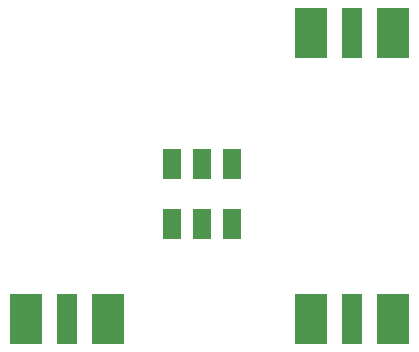
<source format=gbr>
G04 EAGLE Gerber RS-274X export*
G75*
%MOIN*%
%FSLAX34Y34*%
%LPD*%
%INSolderpaste Top*%
%IPPOS*%
%AMOC8*
5,1,8,0,0,1.08239X$1,22.5*%
G01*
%ADD10R,0.064961X0.100000*%
%ADD11R,0.070000X0.165000*%
%ADD12R,0.105000X0.165000*%


D10*
X8500Y6000D03*
X7500Y6000D03*
X6500Y6000D03*
X6500Y4000D03*
X7500Y4000D03*
X8500Y4000D03*
D11*
X12500Y10367D03*
D12*
X13876Y10367D03*
X11124Y10367D03*
D11*
X12500Y833D03*
D12*
X11124Y833D03*
X13876Y833D03*
D11*
X3000Y833D03*
D12*
X1624Y833D03*
X4376Y833D03*
M02*

</source>
